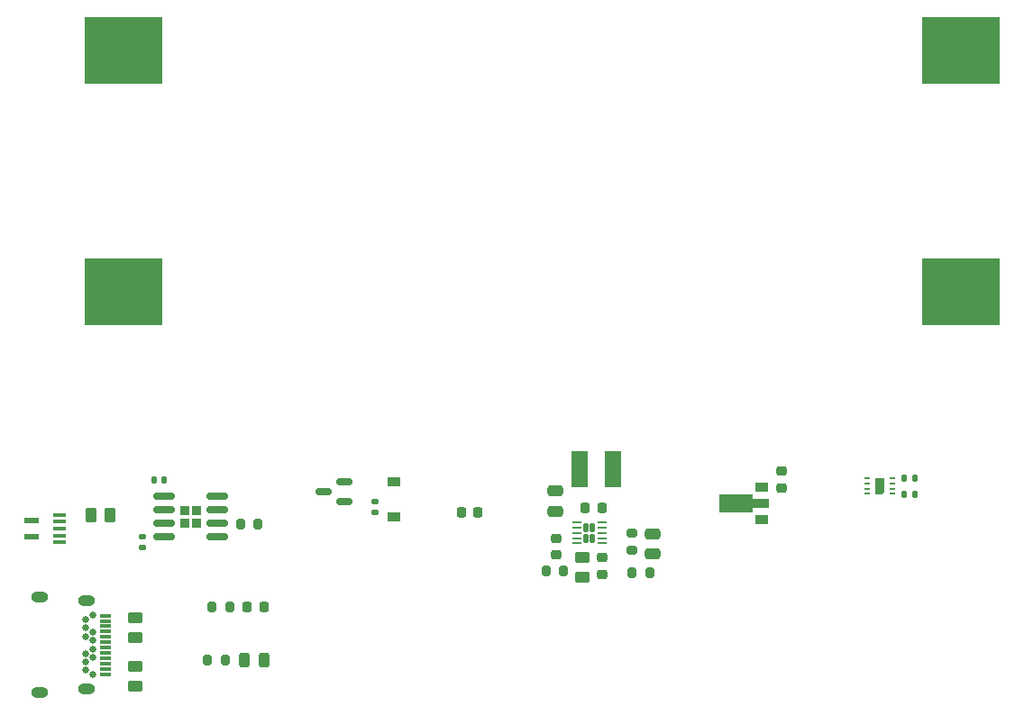
<source format=gbr>
%TF.GenerationSoftware,KiCad,Pcbnew,(6.0.8)*%
%TF.CreationDate,2023-04-19T22:42:55+02:00*%
%TF.ProjectId,Group22_Power,47726f75-7032-4325-9f50-6f7765722e6b,rev?*%
%TF.SameCoordinates,Original*%
%TF.FileFunction,Paste,Top*%
%TF.FilePolarity,Positive*%
%FSLAX46Y46*%
G04 Gerber Fmt 4.6, Leading zero omitted, Abs format (unit mm)*
G04 Created by KiCad (PCBNEW (6.0.8)) date 2023-04-19 22:42:55*
%MOMM*%
%LPD*%
G01*
G04 APERTURE LIST*
G04 Aperture macros list*
%AMRoundRect*
0 Rectangle with rounded corners*
0 $1 Rounding radius*
0 $2 $3 $4 $5 $6 $7 $8 $9 X,Y pos of 4 corners*
0 Add a 4 corners polygon primitive as box body*
4,1,4,$2,$3,$4,$5,$6,$7,$8,$9,$2,$3,0*
0 Add four circle primitives for the rounded corners*
1,1,$1+$1,$2,$3*
1,1,$1+$1,$4,$5*
1,1,$1+$1,$6,$7*
1,1,$1+$1,$8,$9*
0 Add four rect primitives between the rounded corners*
20,1,$1+$1,$2,$3,$4,$5,0*
20,1,$1+$1,$4,$5,$6,$7,0*
20,1,$1+$1,$6,$7,$8,$9,0*
20,1,$1+$1,$8,$9,$2,$3,0*%
%AMFreePoly0*
4,1,9,3.862500,-0.866500,0.737500,-0.866500,0.737500,-0.450000,-0.737500,-0.450000,-0.737500,0.450000,0.737500,0.450000,0.737500,0.866500,3.862500,0.866500,3.862500,-0.866500,3.862500,-0.866500,$1*%
%AMFreePoly1*
4,1,6,0.450000,-0.800000,-0.450000,-0.800000,-0.450000,0.530000,-0.180000,0.800000,0.450000,0.800000,0.450000,-0.800000,0.450000,-0.800000,$1*%
G04 Aperture macros list end*
%ADD10RoundRect,0.135000X0.185000X-0.135000X0.185000X0.135000X-0.185000X0.135000X-0.185000X-0.135000X0*%
%ADD11RoundRect,0.250000X-0.450000X0.262500X-0.450000X-0.262500X0.450000X-0.262500X0.450000X0.262500X0*%
%ADD12RoundRect,0.250000X-0.262500X-0.450000X0.262500X-0.450000X0.262500X0.450000X-0.262500X0.450000X0*%
%ADD13R,1.300000X0.900000*%
%ADD14FreePoly0,180.000000*%
%ADD15RoundRect,0.140000X0.140000X0.170000X-0.140000X0.170000X-0.140000X-0.170000X0.140000X-0.170000X0*%
%ADD16RoundRect,0.218750X-0.218750X-0.256250X0.218750X-0.256250X0.218750X0.256250X-0.218750X0.256250X0*%
%ADD17RoundRect,0.250000X0.475000X-0.250000X0.475000X0.250000X-0.475000X0.250000X-0.475000X-0.250000X0*%
%ADD18RoundRect,0.150000X0.587500X0.150000X-0.587500X0.150000X-0.587500X-0.150000X0.587500X-0.150000X0*%
%ADD19R,7.340000X6.350000*%
%ADD20RoundRect,0.200000X-0.200000X-0.275000X0.200000X-0.275000X0.200000X0.275000X-0.200000X0.275000X0*%
%ADD21RoundRect,0.200000X-0.275000X0.200000X-0.275000X-0.200000X0.275000X-0.200000X0.275000X0.200000X0*%
%ADD22RoundRect,0.140000X-0.170000X0.140000X-0.170000X-0.140000X0.170000X-0.140000X0.170000X0.140000X0*%
%ADD23RoundRect,0.200000X0.200000X0.275000X-0.200000X0.275000X-0.200000X-0.275000X0.200000X-0.275000X0*%
%ADD24O,1.600000X1.000000*%
%ADD25R,1.100000X0.350000*%
%ADD26C,0.650000*%
%ADD27R,1.250000X0.400000*%
%ADD28R,1.350000X0.600000*%
%ADD29RoundRect,0.225000X0.250000X-0.225000X0.250000X0.225000X-0.250000X0.225000X-0.250000X-0.225000X0*%
%ADD30RoundRect,0.135000X0.135000X0.185000X-0.135000X0.185000X-0.135000X-0.185000X0.135000X-0.185000X0*%
%ADD31RoundRect,0.225000X0.225000X0.250000X-0.225000X0.250000X-0.225000X-0.250000X0.225000X-0.250000X0*%
%ADD32RoundRect,0.232500X0.232500X0.232500X-0.232500X0.232500X-0.232500X-0.232500X0.232500X-0.232500X0*%
%ADD33RoundRect,0.150000X0.825000X0.150000X-0.825000X0.150000X-0.825000X-0.150000X0.825000X-0.150000X0*%
%ADD34R,1.200000X0.900000*%
%ADD35RoundRect,0.225000X-0.225000X-0.250000X0.225000X-0.250000X0.225000X0.250000X-0.225000X0.250000X0*%
%ADD36RoundRect,0.120000X-0.120000X-0.285000X0.120000X-0.285000X0.120000X0.285000X-0.120000X0.285000X0*%
%ADD37RoundRect,0.062500X-0.350000X-0.062500X0.350000X-0.062500X0.350000X0.062500X-0.350000X0.062500X0*%
%ADD38R,1.600000X3.500000*%
%ADD39RoundRect,0.243750X-0.243750X-0.456250X0.243750X-0.456250X0.243750X0.456250X-0.243750X0.456250X0*%
%ADD40FreePoly1,180.000000*%
%ADD41R,0.550000X0.250000*%
G04 APERTURE END LIST*
D10*
%TO.C,R12*%
X91571574Y-97241058D03*
X91571574Y-96221058D03*
%TD*%
D11*
%TO.C,R10*%
X69000000Y-111743642D03*
X69000000Y-113568642D03*
%TD*%
D12*
%TO.C,R4*%
X64868257Y-97454584D03*
X66693257Y-97454584D03*
%TD*%
D13*
%TO.C,U2*%
X127900000Y-97906142D03*
D14*
X127812500Y-96406142D03*
D13*
X127900000Y-94906142D03*
%TD*%
D15*
%TO.C,C9*%
X71780000Y-94166142D03*
X70820000Y-94166142D03*
%TD*%
D16*
%TO.C,D3*%
X79558813Y-106136880D03*
X81133813Y-106136880D03*
%TD*%
D17*
%TO.C,C1*%
X108448019Y-97130404D03*
X108448019Y-95230404D03*
%TD*%
D18*
%TO.C,Q1*%
X88640663Y-96247117D03*
X88640663Y-94347117D03*
X86765663Y-95297117D03*
%TD*%
D17*
%TO.C,C5*%
X117600926Y-101129746D03*
X117600926Y-99229746D03*
%TD*%
D19*
%TO.C,BT1*%
X67920000Y-53790000D03*
X146580000Y-53790000D03*
%TD*%
D20*
%TO.C,R7*%
X78925000Y-98318161D03*
X80575000Y-98318161D03*
%TD*%
D21*
%TO.C,R2*%
X115710100Y-99154559D03*
X115710100Y-100804559D03*
%TD*%
D22*
%TO.C,C8*%
X69750812Y-99564799D03*
X69750812Y-100524799D03*
%TD*%
D23*
%TO.C,R13*%
X109273725Y-102750000D03*
X107623725Y-102750000D03*
%TD*%
D24*
%TO.C,J8*%
X60060000Y-114186315D03*
X64450000Y-113826315D03*
X64450000Y-105566315D03*
X60060000Y-105206315D03*
D25*
X66250000Y-106946315D03*
X66250000Y-107446315D03*
X66250000Y-107946315D03*
X66250000Y-108446315D03*
X66250000Y-108946315D03*
X66250000Y-109446315D03*
X66250000Y-109946315D03*
X66250000Y-110446315D03*
X66250000Y-110946315D03*
X66250000Y-111446315D03*
X66250000Y-111946315D03*
X66250000Y-112446315D03*
D26*
X65050000Y-112496315D03*
X64350000Y-112096315D03*
X64350000Y-111296315D03*
X65050000Y-110896315D03*
X64350000Y-110496315D03*
X65050000Y-110096315D03*
X65050000Y-109296315D03*
X64350000Y-108896315D03*
X65050000Y-108496315D03*
X64350000Y-108096315D03*
X64350000Y-107296315D03*
X65050000Y-106896315D03*
%TD*%
D23*
%TO.C,R5*%
X77472500Y-111141142D03*
X75822500Y-111141142D03*
%TD*%
D27*
%TO.C,J3*%
X61950636Y-97461938D03*
X61950636Y-98111938D03*
X61950636Y-98761938D03*
X61950636Y-99411938D03*
X61950636Y-100061938D03*
D28*
X59300636Y-99561938D03*
X59300636Y-97961938D03*
%TD*%
D29*
%TO.C,C7*%
X129750000Y-94931142D03*
X129750000Y-93381142D03*
%TD*%
%TO.C,C2*%
X112905423Y-103050685D03*
X112905423Y-101500685D03*
%TD*%
D30*
%TO.C,R9*%
X142260000Y-94009432D03*
X141240000Y-94009432D03*
%TD*%
D19*
%TO.C,BT2*%
X67920000Y-76500000D03*
X146580000Y-76500000D03*
%TD*%
D31*
%TO.C,C4*%
X112869018Y-96797165D03*
X111319018Y-96797165D03*
%TD*%
D32*
%TO.C,U4*%
X74825000Y-97081142D03*
X73675000Y-97081142D03*
X73675000Y-98231142D03*
X74825000Y-98231142D03*
D33*
X76725000Y-99561142D03*
X76725000Y-98291142D03*
X76725000Y-97021142D03*
X76725000Y-95751142D03*
X71775000Y-95751142D03*
X71775000Y-97021142D03*
X71775000Y-98291142D03*
X71775000Y-99561142D03*
%TD*%
D34*
%TO.C,D4*%
X93329492Y-94345300D03*
X93329492Y-97645300D03*
%TD*%
D35*
%TO.C,C6*%
X99686631Y-97230718D03*
X101236631Y-97230718D03*
%TD*%
D36*
%TO.C,U1*%
X111398019Y-99655075D03*
X111998019Y-99655075D03*
X111398019Y-98655075D03*
X111998019Y-98655075D03*
D37*
X110485519Y-98155075D03*
X110485519Y-98655075D03*
X110485519Y-99155075D03*
X110485519Y-99655075D03*
X110485519Y-100155075D03*
X112910519Y-100155075D03*
X112910519Y-99655075D03*
X112910519Y-99155075D03*
X112910519Y-98655075D03*
X112910519Y-98155075D03*
%TD*%
D20*
%TO.C,R3*%
X115696264Y-102880355D03*
X117346264Y-102880355D03*
%TD*%
D23*
%TO.C,R6*%
X77921313Y-106121340D03*
X76271313Y-106121340D03*
%TD*%
D29*
%TO.C,C3*%
X108538762Y-101207441D03*
X108538762Y-99657441D03*
%TD*%
D38*
%TO.C,L1*%
X110749862Y-93210018D03*
X113949862Y-93210018D03*
%TD*%
D30*
%TO.C,R8*%
X142248711Y-95522068D03*
X141228711Y-95522068D03*
%TD*%
D11*
%TO.C,R1*%
X111000000Y-101500000D03*
X111000000Y-103325000D03*
%TD*%
D39*
%TO.C,D2*%
X79250000Y-111156142D03*
X81125000Y-111156142D03*
%TD*%
D11*
%TO.C,R11*%
X69055645Y-107160579D03*
X69055645Y-108985579D03*
%TD*%
D40*
%TO.C,U5*%
X139000000Y-94750000D03*
D41*
X140175000Y-95500000D03*
X140175000Y-95000000D03*
X140175000Y-94500000D03*
X140175000Y-94000000D03*
X137825000Y-94000000D03*
X137825000Y-94500000D03*
X137825000Y-95000000D03*
X137825000Y-95500000D03*
%TD*%
M02*

</source>
